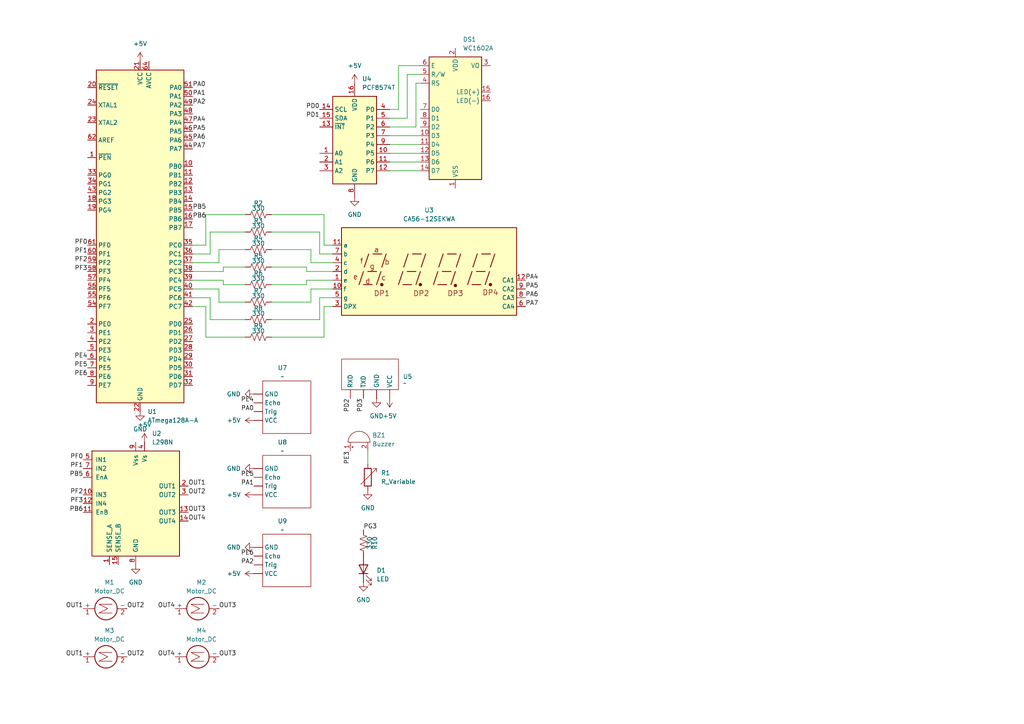
<source format=kicad_sch>
(kicad_sch (version 20250114) (generator "eeschema") (generator_version "9.0")
  (paper "A4")
  (lib_symbols
    (symbol "Device:Buzzer" (pin_names (offset 0.0254) (hide yes))
      (property "Reference" "BZ" (at 3.81 1.27 0))
      (property "Value" "Buzzer" (at 3.81 -1.27 0))
      (symbol "Buzzer_0_1"
        (polyline (pts (xy -1.651 1.905) (xy -1.143 1.905)))
        (polyline (pts (xy -1.397 2.159) (xy -1.397 1.651)))
        (arc (start 0 3.175) (mid 3.1612 0) (end 0 -3.175))
        (polyline (pts (xy 0 3.175) (xy 0 -3.175)))
      )
      (symbol "Buzzer_1_1"
        (pin passive line (at -2.54 2.54 0) (length 2.54) (name "+") (number "1"))
        (pin passive line (at -2.54 -2.54 0) (length 2.54) (name "-") (number "2"))
      )
    )
    (symbol "Device:LED" (pin_numbers (hide yes)) (pin_names (offset 1.016) (hide yes))
      (property "Reference" "D" (at 0 2.54 0))
      (property "Value" "LED" (at 0 -2.54 0))
      (symbol "LED_0_1"
        (polyline (pts (xy -3.048 -0.762) (xy -4.572 -2.286) (xy -3.81 -2.286) (xy -4.572 -2.286) (xy -4.572 -1.524)))
        (polyline (pts (xy -1.778 -0.762) (xy -3.302 -2.286) (xy -2.54 -2.286) (xy -3.302 -2.286) (xy -3.302 -1.524)))
        (polyline (pts (xy -1.27 0) (xy 1.27 0)))
        (polyline (pts (xy -1.27 -1.27) (xy -1.27 1.27)) (stroke (width 0.254)))
        (polyline (pts (xy 1.27 -1.27) (xy 1.27 1.27) (xy -1.27 0) (xy 1.27 -1.27)) (stroke (width 0.254)))
      )
      (symbol "LED_1_1"
        (pin passive line (at -3.81 0 0) (length 2.54) (name "K") (number "1"))
        (pin passive line (at 3.81 0 180) (length 2.54) (name "A") (number "2"))
      )
    )
    (symbol "Device:R_US" (pin_numbers (hide yes)) (pin_names (offset 0))
      (property "Reference" "R" (at 2.54 0 90))
      (property "Value" "R_US" (at -2.54 0 90))
      (symbol "R_US_0_1"
        (polyline (pts (xy 0 2.286) (xy 0 2.54)))
        (polyline (pts (xy 0 2.286) (xy 1.016 1.905) (xy 0 1.524) (xy -1.016 1.143) (xy 0 0.762)))
        (polyline (pts (xy 0 0.762) (xy 1.016 0.381) (xy 0 0) (xy -1.016 -0.381) (xy 0 -0.762)))
        (polyline (pts (xy 0 -0.762) (xy 1.016 -1.143) (xy 0 -1.524) (xy -1.016 -1.905) (xy 0 -2.286)))
        (polyline (pts (xy 0 -2.286) (xy 0 -2.54)))
      )
      (symbol "R_US_1_1"
        (pin passive line (at 0 3.81 270) (length 1.27) (name "~") (number "1"))
        (pin passive line (at 0 -3.81 90) (length 1.27) (name "~") (number "2"))
      )
    )
    (symbol "Device:R_Variable" (pin_numbers (hide yes)) (pin_names (offset 0))
      (property "Reference" "R" (at 2.54 -2.54 90))
      (property "Value" "R_Variable" (at -2.54 -1.27 90))
      (symbol "R_Variable_0_1"
        (rectangle (start -1.016 -2.54) (end 1.016 2.54) (stroke (width 0.254)))
        (polyline (pts (xy 2.54 1.524) (xy 2.54 2.54) (xy 1.524 2.54) (xy 2.54 2.54) (xy -2.032 -2.032)))
      )
      (symbol "R_Variable_1_1"
        (pin passive line (at 0 3.81 270) (length 1.27) (name "~") (number "1"))
        (pin passive line (at 0 -3.81 90) (length 1.27) (name "~") (number "2"))
      )
    )
    (symbol "Display_Character:CA56-12SEKWA"
      (property "Reference" "U" (at -24.13 13.97 0))
      (property "Value" "CA56-12SEKWA" (at 17.78 13.97 0))
      (symbol "CA56-12SEKWA_0_0"
        (rectangle (start -25.4 12.7) (end 25.4 -12.7) (stroke (width 0.254)) (fill (type background)))
        (polyline (pts (xy -20.32 -3.81) (xy -19.05 0)) (stroke (width 0.254)))
        (polyline (pts (xy -19.05 -3.81) (xy -16.51 -3.81)) (stroke (width 0.254)))
        (polyline (pts (xy -18.796 1.27) (xy -17.526 5.08)) (stroke (width 0.254)))
        (polyline (pts (xy -17.78 0) (xy -15.24 0)) (stroke (width 0.254)))
        (polyline (pts (xy -16.256 5.08) (xy -13.716 5.08)) (stroke (width 0.254)))
        (polyline (pts (xy -15.24 -3.81) (xy -13.97 0)) (stroke (width 0.254)))
        (polyline (pts (xy -13.716 1.27) (xy -12.446 5.08)) (stroke (width 0.254)))
        (polyline (pts (xy -8.89 -3.81) (xy -7.62 0)) (stroke (width 0.254)))
        (polyline (pts (xy -7.62 -3.81) (xy -5.08 -3.81)) (stroke (width 0.254)))
        (polyline (pts (xy -7.366 1.27) (xy -6.096 5.08)) (stroke (width 0.254)))
        (polyline (pts (xy -6.35 0) (xy -3.81 0)) (stroke (width 0.254)))
        (polyline (pts (xy -4.826 5.08) (xy -2.286 5.08)) (stroke (width 0.254)))
        (polyline (pts (xy -3.81 -3.81) (xy -2.54 0)) (stroke (width 0.254)))
        (polyline (pts (xy -2.286 1.27) (xy -1.016 5.08)) (stroke (width 0.254)))
        (polyline (pts (xy 1.27 -3.81) (xy 2.54 0)) (stroke (width 0.254)))
        (polyline (pts (xy 2.54 -3.81) (xy 5.08 -3.81)) (stroke (width 0.254)))
        (polyline (pts (xy 2.794 1.27) (xy 4.064 5.08)) (stroke (width 0.254)))
        (polyline (pts (xy 3.81 0) (xy 6.35 0)) (stroke (width 0.254)))
        (polyline (pts (xy 5.334 5.08) (xy 7.874 5.08)) (stroke (width 0.254)))
        (polyline (pts (xy 6.35 -3.81) (xy 7.62 0)) (stroke (width 0.254)))
        (polyline (pts (xy 7.874 1.27) (xy 9.144 5.08)) (stroke (width 0.254)))
        (polyline (pts (xy 11.176 -3.81) (xy 12.446 0)) (stroke (width 0.254)))
        (polyline (pts (xy 12.446 -3.81) (xy 14.986 -3.81)) (stroke (width 0.254)))
        (polyline (pts (xy 12.7 1.27) (xy 13.97 5.08)) (stroke (width 0.254)))
        (polyline (pts (xy 13.716 0) (xy 16.256 0)) (stroke (width 0.254)))
        (polyline (pts (xy 15.24 5.08) (xy 17.78 5.08)) (stroke (width 0.254)))
        (polyline (pts (xy 16.256 -3.81) (xy 17.526 0)) (stroke (width 0.254)))
        (polyline (pts (xy 17.78 1.27) (xy 19.05 5.08)) (stroke (width 0.254)))
        (text "e" (at -21.336 -1.524 0) (effects (font (size 1.524 1.524))))
        (text "f" (at -19.558 3.048 0) (effects (font (size 1.524 1.524))))
        (text "d" (at -17.78 -2.794 0) (effects (font (size 1.524 1.524))))
        (text "g" (at -16.51 1.524 0) (effects (font (size 1.524 1.524))))
        (text "a" (at -15.24 6.35 0) (effects (font (size 1.524 1.524))))
        (text "DP1" (at -13.716 -6.35 0) (effects (font (size 1.524 1.524))))
        (text "c" (at -13.208 -1.778 0) (effects (font (size 1.524 1.524))))
        (text "b" (at -12.192 2.794 0) (effects (font (size 1.524 1.524))))
        (text "DP2" (at -2.286 -6.35 0) (effects (font (size 1.524 1.524))))
        (text "DP3" (at 7.62 -6.35 0) (effects (font (size 1.524 1.524))))
        (text "DP4" (at 17.78 -6.096 0) (effects (font (size 1.524 1.524))))
      )
      (symbol "CA56-12SEKWA_0_1"
        (circle (center -13.716 -3.81) (radius 0.3556) (stroke (width 0.254)) (fill (type outline)))
        (circle (center -2.54 -3.81) (radius 0.3556) (stroke (width 0.254)) (fill (type outline)))
      )
      (symbol "CA56-12SEKWA_1_0"
        (circle (center 7.62 -4.064) (radius 0.3556) (stroke (width 0.254)) (fill (type outline)))
        (circle (center 17.78 -3.81) (radius 0.3556) (stroke (width 0.254)) (fill (type outline)))
      )
      (symbol "CA56-12SEKWA_1_1"
        (pin input line (at -27.94 7.62 0) (length 2.54) (name "a") (number "11"))
        (pin input line (at -27.94 5.08 0) (length 2.54) (name "b") (number "7"))
        (pin input line (at -27.94 2.54 0) (length 2.54) (name "c") (number "4"))
        (pin input line (at -27.94 0 0) (length 2.54) (name "d") (number "2"))
        (pin input line (at -27.94 -2.54 0) (length 2.54) (name "e") (number "1"))
        (pin input line (at -27.94 -5.08 0) (length 2.54) (name "f") (number "10"))
        (pin input line (at -27.94 -7.62 0) (length 2.54) (name "g") (number "5"))
        (pin input line (at -27.94 -10.16 0) (length 2.54) (name "DPX") (number "3"))
        (pin input line (at 27.94 -2.54 180) (length 2.54) (name "CA1") (number "12"))
        (pin input line (at 27.94 -5.08 180) (length 2.54) (name "CA2") (number "9"))
        (pin input line (at 27.94 -7.62 180) (length 2.54) (name "CA3") (number "8"))
        (pin input line (at 27.94 -10.16 180) (length 2.54) (name "CA4") (number "6"))
      )
    )
    (symbol "Display_Character:WC1602A"
      (property "Reference" "DS" (at -5.842 19.05 0))
      (property "Value" "WC1602A" (at 5.334 19.05 0))
      (symbol "WC1602A_1_1"
        (rectangle (start -7.62 17.78) (end 7.62 -17.78) (stroke (width 0.254)) (fill (type background)))
        (pin input line (at -10.16 15.24 0) (length 2.54) (name "E") (number "6"))
        (pin input line (at -10.16 12.7 0) (length 2.54) (name "R/W") (number "5"))
        (pin input line (at -10.16 10.16 0) (length 2.54) (name "RS") (number "4"))
        (pin input line (at -10.16 2.54 0) (length 2.54) (name "D0") (number "7"))
        (pin input line (at -10.16 0 0) (length 2.54) (name "D1") (number "8"))
        (pin input line (at -10.16 -2.54 0) (length 2.54) (name "D2") (number "9"))
        (pin input line (at -10.16 -5.08 0) (length 2.54) (name "D3") (number "10"))
        (pin input line (at -10.16 -7.62 0) (length 2.54) (name "D4") (number "11"))
        (pin input line (at -10.16 -10.16 0) (length 2.54) (name "D5") (number "12"))
        (pin input line (at -10.16 -12.7 0) (length 2.54) (name "D6") (number "13"))
        (pin input line (at -10.16 -15.24 0) (length 2.54) (name "D7") (number "14"))
        (pin power_in line (at 0 20.32 270) (length 2.54) (name "VDD") (number "2"))
        (pin power_in line (at 0 -20.32 90) (length 2.54) (name "VSS") (number "1"))
        (pin input line (at 10.16 15.24 180) (length 2.54) (name "VO") (number "3"))
        (pin power_in line (at 10.16 7.62 180) (length 2.54) (name "LED(+)") (number "15"))
        (pin power_in line (at 10.16 5.08 180) (length 2.54) (name "LED(-)") (number "16"))
      )
    )
    (symbol "Driver_Motor:L298N" (pin_names (offset 1.016))
      (property "Reference" "U" (at -10.16 16.51 0))
      (property "Value" "L298N" (at 12.7 16.51 0))
      (symbol "L298N_0_1"
        (rectangle (start -12.7 15.24) (end 12.7 -15.24) (stroke (width 0.254)) (fill (type background)))
      )
      (symbol "L298N_1_1"
        (pin input line (at -15.24 12.7 0) (length 2.54) (name "IN1") (number "5"))
        (pin input line (at -15.24 10.16 0) (length 2.54) (name "IN2") (number "7"))
        (pin input line (at -15.24 7.62 0) (length 2.54) (name "EnA") (number "6"))
        (pin input line (at -15.24 2.54 0) (length 2.54) (name "IN3") (number "10"))
        (pin input line (at -15.24 0 0) (length 2.54) (name "IN4") (number "12"))
        (pin input line (at -15.24 -2.54 0) (length 2.54) (name "EnB") (number "11"))
        (pin power_in line (at -7.62 -17.78 90) (length 2.54) (name "SENSE_A") (number "1"))
        (pin power_in line (at -5.08 -17.78 90) (length 2.54) (name "SENSE_B") (number "15"))
        (pin power_in line (at 0 17.78 270) (length 2.54) (name "Vss") (number "9"))
        (pin power_in line (at 0 -17.78 90) (length 2.54) (name "GND") (number "8"))
        (pin power_in line (at 2.54 17.78 270) (length 2.54) (name "Vs") (number "4"))
        (pin output line (at 15.24 5.08 180) (length 2.54) (name "OUT1") (number "2"))
        (pin output line (at 15.24 2.54 180) (length 2.54) (name "OUT2") (number "3"))
        (pin output line (at 15.24 -2.54 180) (length 2.54) (name "OUT3") (number "13"))
        (pin output line (at 15.24 -5.08 180) (length 2.54) (name "OUT4") (number "14"))
      )
    )
    (symbol "Interface_Expansion:PCF8574T"
      (property "Reference" "U" (at -6.35 12.954 0))
      (property "Value" "PCF8574T" (at 3.048 12.954 0))
      (symbol "PCF8574T_0_1"
        (rectangle (start -6.35 -13.97) (end 6.35 11.43) (stroke (width 0.254)) (fill (type background)))
      )
      (symbol "PCF8574T_1_1"
        (pin input line (at -10.16 7.62 0) (length 3.81) (name "SCL") (number "14"))
        (pin bidirectional line (at -10.16 5.08 0) (length 3.81) (name "SDA") (number "15"))
        (pin open_collector line (at -10.16 2.54 0) (length 3.81) (name "~{INT}") (number "13"))
        (pin input line (at -10.16 -5.08 0) (length 3.81) (name "A0") (number "1"))
        (pin input line (at -10.16 -7.62 0) (length 3.81) (name "A1") (number "2"))
        (pin input line (at -10.16 -10.16 0) (length 3.81) (name "A2") (number "3"))
        (pin power_in line (at 0 15.24 270) (length 3.81) (name "VDD") (number "16"))
        (pin power_in line (at 0 -17.78 90) (length 3.81) (name "GND") (number "8"))
        (pin bidirectional line (at 10.16 7.62 180) (length 3.81) (name "P0") (number "4"))
        (pin bidirectional line (at 10.16 5.08 180) (length 3.81) (name "P1") (number "5"))
        (pin bidirectional line (at 10.16 2.54 180) (length 3.81) (name "P2") (number "6"))
        (pin bidirectional line (at 10.16 0 180) (length 3.81) (name "P3") (number "7"))
        (pin bidirectional line (at 10.16 -2.54 180) (length 3.81) (name "P4") (number "9"))
        (pin bidirectional line (at 10.16 -5.08 180) (length 3.81) (name "P5") (number "10"))
        (pin bidirectional line (at 10.16 -7.62 180) (length 3.81) (name "P6") (number "11"))
        (pin bidirectional line (at 10.16 -10.16 180) (length 3.81) (name "P7") (number "12"))
      )
    )
    (symbol "MCU_Microchip_ATmega:ATmega128A-A"
      (property "Reference" "U" (at -12.7 49.53 0))
      (property "Value" "ATmega128A-A" (at 2.54 -49.53 0))
      (symbol "ATmega128A-A_0_1"
        (rectangle (start -12.7 -48.26) (end 12.7 48.26) (stroke (width 0.254)) (fill (type background)))
      )
      (symbol "ATmega128A-A_1_1"
        (pin input line (at -15.24 43.18 0) (length 2.54) (name "~{RESET}") (number "20"))
        (pin input line (at -15.24 38.1 0) (length 2.54) (name "XTAL1") (number "24"))
        (pin output line (at -15.24 33.02 0) (length 2.54) (name "XTAL2") (number "23"))
        (pin passive line (at -15.24 27.94 0) (length 2.54) (name "AREF") (number "62"))
        (pin input line (at -15.24 22.86 0) (length 2.54) (name "~{PEN}") (number "1"))
        (pin bidirectional line (at -15.24 17.78 0) (length 2.54) (name "PG0") (number "33"))
        (pin bidirectional line (at -15.24 15.24 0) (length 2.54) (name "PG1") (number "34"))
        (pin bidirectional line (at -15.24 12.7 0) (length 2.54) (name "PG2") (number "43"))
        (pin bidirectional line (at -15.24 10.16 0) (length 2.54) (name "PG3") (number "18"))
        (pin bidirectional line (at -15.24 7.62 0) (length 2.54) (name "PG4") (number "19"))
        (pin bidirectional line (at -15.24 -2.54 0) (length 2.54) (name "PF0") (number "61"))
        (pin bidirectional line (at -15.24 -5.08 0) (length 2.54) (name "PF1") (number "60"))
        (pin bidirectional line (at -15.24 -7.62 0) (length 2.54) (name "PF2") (number "59"))
        (pin bidirectional line (at -15.24 -10.16 0) (length 2.54) (name "PF3") (number "58"))
        (pin bidirectional line (at -15.24 -12.7 0) (length 2.54) (name "PF4") (number "57"))
        (pin bidirectional line (at -15.24 -15.24 0) (length 2.54) (name "PF5") (number "56"))
        (pin bidirectional line (at -15.24 -17.78 0) (length 2.54) (name "PF6") (number "55"))
        (pin bidirectional line (at -15.24 -20.32 0) (length 2.54) (name "PF7") (number "54"))
        (pin bidirectional line (at -15.24 -25.4 0) (length 2.54) (name "PE0") (number "2"))
        (pin bidirectional line (at -15.24 -27.94 0) (length 2.54) (name "PE1") (number "3"))
        (pin bidirectional line (at -15.24 -30.48 0) (length 2.54) (name "PE2") (number "4"))
        (pin bidirectional line (at -15.24 -33.02 0) (length 2.54) (name "PE3") (number "5"))
        (pin bidirectional line (at -15.24 -35.56 0) (length 2.54) (name "PE4") (number "6"))
        (pin bidirectional line (at -15.24 -38.1 0) (length 2.54) (name "PE5") (number "7"))
        (pin bidirectional line (at -15.24 -40.64 0) (length 2.54) (name "PE6") (number "8"))
        (pin bidirectional line (at -15.24 -43.18 0) (length 2.54) (name "PE7") (number "9"))
        (pin power_in line (at 0 50.8 270) (length 2.54) (name "VCC") (number "21"))
        (pin passive line (at 0 50.8 270) (length 2.54) (hide yes) (name "VCC") (number "52"))
        (pin power_in line (at 0 -50.8 90) (length 2.54) (name "GND") (number "22"))
        (pin passive line (at 0 -50.8 90) (length 2.54) (hide yes) (name "GND") (number "53"))
        (pin passive line (at 0 -50.8 90) (length 2.54) (hide yes) (name "GND") (number "63"))
        (pin power_in line (at 2.54 50.8 270) (length 2.54) (name "AVCC") (number "64"))
        (pin bidirectional line (at 15.24 43.18 180) (length 2.54) (name "PA0") (number "51"))
        (pin bidirectional line (at 15.24 40.64 180) (length 2.54) (name "PA1") (number "50"))
        (pin bidirectional line (at 15.24 38.1 180) (length 2.54) (name "PA2") (number "49"))
        (pin bidirectional line (at 15.24 35.56 180) (length 2.54) (name "PA3") (number "48"))
        (pin bidirectional line (at 15.24 33.02 180) (length 2.54) (name "PA4") (number "47"))
        (pin bidirectional line (at 15.24 30.48 180) (length 2.54) (name "PA5") (number "46"))
        (pin bidirectional line (at 15.24 27.94 180) (length 2.54) (name "PA6") (number "45"))
        (pin bidirectional line (at 15.24 25.4 180) (length 2.54) (name "PA7") (number "44"))
        (pin bidirectional line (at 15.24 20.32 180) (length 2.54) (name "PB0") (number "10"))
        (pin bidirectional line (at 15.24 17.78 180) (length 2.54) (name "PB1") (number "11"))
        (pin bidirectional line (at 15.24 15.24 180) (length 2.54) (name "PB2") (number "12"))
        (pin bidirectional line (at 15.24 12.7 180) (length 2.54) (name "PB3") (number "13"))
        (pin bidirectional line (at 15.24 10.16 180) (length 2.54) (name "PB4") (number "14"))
        (pin bidirectional line (at 15.24 7.62 180) (length 2.54) (name "PB5") (number "15"))
        (pin bidirectional line (at 15.24 5.08 180) (length 2.54) (name "PB6") (number "16"))
        (pin bidirectional line (at 15.24 2.54 180) (length 2.54) (name "PB7") (number "17"))
        (pin bidirectional line (at 15.24 -2.54 180) (length 2.54) (name "PC0") (number "35"))
        (pin bidirectional line (at 15.24 -5.08 180) (length 2.54) (name "PC1") (number "36"))
        (pin bidirectional line (at 15.24 -7.62 180) (length 2.54) (name "PC2") (number "37"))
        (pin bidirectional line (at 15.24 -10.16 180) (length 2.54) (name "PC3") (number "38"))
        (pin bidirectional line (at 15.24 -12.7 180) (length 2.54) (name "PC4") (number "39"))
        (pin bidirectional line (at 15.24 -15.24 180) (length 2.54) (name "PC5") (number "40"))
        (pin bidirectional line (at 15.24 -17.78 180) (length 2.54) (name "PC6") (number "41"))
        (pin bidirectional line (at 15.24 -20.32 180) (length 2.54) (name "PC7") (number "42"))
        (pin bidirectional line (at 15.24 -25.4 180) (length 2.54) (name "PD0") (number "25"))
        (pin bidirectional line (at 15.24 -27.94 180) (length 2.54) (name "PD1") (number "26"))
        (pin bidirectional line (at 15.24 -30.48 180) (length 2.54) (name "PD2") (number "27"))
        (pin bidirectional line (at 15.24 -33.02 180) (length 2.54) (name "PD3") (number "28"))
        (pin bidirectional line (at 15.24 -35.56 180) (length 2.54) (name "PD4") (number "29"))
        (pin bidirectional line (at 15.24 -38.1 180) (length 2.54) (name "PD5") (number "30"))
        (pin bidirectional line (at 15.24 -40.64 180) (length 2.54) (name "PD6") (number "31"))
        (pin bidirectional line (at 15.24 -43.18 180) (length 2.54) (name "PD7") (number "32"))
      )
    )
    (symbol "MY_New_Library:bluetooth"
      (property "Reference" "U5" (at 8.89 1.2701 0))
      (property "Value" "~" (at 8.89 -0.635 0))
      (symbol "bluetooth_0_1"
        (rectangle (start 7.62 -2.54) (end -8.89 6.35))
      )
      (symbol "bluetooth_1_1"
        (pin tri_state line (at -6.35 -5.08 90) (length 2.54) (name "RXD") (number ""))
        (pin tri_state line (at -2.54 -5.08 90) (length 2.54) (name "TXD") (number ""))
        (pin power_in line (at 1.27 -5.08 90) (length 2.54) (name "GND") (number ""))
        (pin power_in line (at 5.08 -5.08 90) (length 2.54) (name "VCC") (number ""))
      )
    )
    (symbol "Motor:Motor_DC" (pin_names (offset 0))
      (property "Reference" "M" (at 2.54 2.54 0))
      (property "Value" "Motor_DC" (at 2.54 -5.08 0))
      (symbol "Motor_DC_0_0"
        (polyline (pts (xy -1.27 -3.302) (xy -1.27 0.508) (xy 0 -2.032) (xy 1.27 0.508) (xy 1.27 -3.302)))
      )
      (symbol "Motor_DC_0_1"
        (polyline (pts (xy 0 2.032) (xy 0 2.54)))
        (polyline (pts (xy 0 1.7272) (xy 0 2.0828)))
        (circle (center 0 -1.524) (radius 3.2512) (stroke (width 0.254)))
        (polyline (pts (xy 0 -4.7752) (xy 0 -5.1816)))
        (polyline (pts (xy 0 -7.62) (xy 0 -7.112)))
      )
      (symbol "Motor_DC_1_1"
        (pin passive line (at 0 5.08 270) (length 2.54) (name "+") (number "1"))
        (pin passive line (at 0 -7.62 90) (length 2.54) (name "-") (number "2"))
      )
    )
    (symbol "power:+5V" (power) (pin_numbers (hide yes)) (pin_names (offset 0) (hide yes))
      (property "Value" "+5V" (at 0 3.556 0))
      (symbol "+5V_0_1"
        (polyline (pts (xy -0.762 1.27) (xy 0 2.54)))
        (polyline (pts (xy 0 2.54) (xy 0.762 1.27)))
        (polyline (pts (xy 0 0) (xy 0 2.54)))
      )
      (symbol "+5V_1_1"
        (pin power_in line (at 0 0 90) (length 0) (name "~") (number "1"))
      )
    )
    (symbol "power:GND" (power) (pin_numbers (hide yes)) (pin_names (offset 0) (hide yes))
      (property "Value" "GND" (at 0 -3.81 0))
      (symbol "GND_0_1"
        (polyline (pts (xy 0 0) (xy 0 -1.27) (xy 1.27 -1.27) (xy 0 -2.54) (xy -1.27 -1.27) (xy 0 -1.27)))
      )
      (symbol "GND_1_1"
        (pin power_in line (at 0 0 270) (length 0) (name "~") (number "1"))
      )
    )
    (symbol "ultrasonic_1"
      (property "Reference" "U7" (at 0.635 11.43 0))
      (property "Value" "~" (at 0.635 8.89 0))
      (symbol "ultrasonic_1_0_1"
        (rectangle (start -5.08 7.62) (end 8.89 -7.62))
      )
      (symbol "ultrasonic_1_1_1"
        (pin power_in line (at -7.62 3.81 0) (length 2.54) (name "GND") (number ""))
        (pin tri_state line (at -7.62 1.27 0) (length 2.54) (name "Echo") (number ""))
        (pin tri_state line (at -7.62 -1.27 0) (length 2.54) (name "Trig") (number ""))
        (pin power_in line (at -7.62 -3.81 0) (length 2.54) (name "VCC") (number ""))
      )
    )
    (symbol "ultrasonic_2"
      (property "Reference" "U7" (at 0.635 11.43 0))
      (property "Value" "~" (at 0.635 8.89 0))
      (symbol "ultrasonic_2_0_1"
        (rectangle (start -5.08 7.62) (end 8.89 -7.62))
      )
      (symbol "ultrasonic_2_1_1"
        (pin power_in line (at -7.62 3.81 0) (length 2.54) (name "GND") (number ""))
        (pin tri_state line (at -7.62 1.27 0) (length 2.54) (name "Echo") (number ""))
        (pin tri_state line (at -7.62 -1.27 0) (length 2.54) (name "Trig") (number ""))
        (pin power_in line (at -7.62 -3.81 0) (length 2.54) (name "VCC") (number ""))
      )
    )
    (symbol "ultrasonic_3"
      (property "Reference" "U7" (at 0.635 11.43 0))
      (property "Value" "~" (at 0.635 8.89 0))
      (symbol "ultrasonic_3_0_1"
        (rectangle (start -5.08 7.62) (end 8.89 -7.62))
      )
      (symbol "ultrasonic_3_1_1"
        (pin power_in line (at -7.62 3.81 0) (length 2.54) (name "GND") (number ""))
        (pin tri_state line (at -7.62 1.27 0) (length 2.54) (name "Echo") (number ""))
        (pin tri_state line (at -7.62 -1.27 0) (length 2.54) (name "Trig") (number ""))
        (pin power_in line (at -7.62 -3.81 0) (length 2.54) (name "VCC") (number ""))
      )
    )
  )
  (wire (pts (xy 120.65 36.83) (xy 120.65 24.13)))
  (wire (pts (xy 88.9 81.28) (xy 96.52 81.28)))
  (wire (pts (xy 118.11 34.29) (xy 118.11 21.59)))
  (wire (pts (xy 55.88 83.82) (xy 63.5 83.82)))
  (wire (pts (xy 78.74 92.71) (xy 92.71 92.71)))
  (wire (pts (xy 60.96 86.36) (xy 60.96 92.71)))
  (wire (pts (xy 60.96 67.31) (xy 71.12 67.31)))
  (wire (pts (xy 78.74 67.31) (xy 92.71 67.31)))
  (wire (pts (xy 113.03 49.53) (xy 121.92 49.53)))
  (wire (pts (xy 92.71 67.31) (xy 92.71 73.66)))
  (wire (pts (xy 92.71 92.71) (xy 92.71 86.36)))
  (wire (pts (xy 55.88 71.12) (xy 59.69 71.12)))
  (wire (pts (xy 113.03 46.99) (xy 121.92 46.99)))
  (wire (pts (xy 59.69 88.9) (xy 59.69 97.79)))
  (wire (pts (xy 78.74 97.79) (xy 93.98 97.79)))
  (wire (pts (xy 93.98 62.23) (xy 93.98 71.12)))
  (wire (pts (xy 60.96 92.71) (xy 71.12 92.71)))
  (wire (pts (xy 78.74 87.63) (xy 90.17 87.63)))
  (wire (pts (xy 55.88 88.9) (xy 59.69 88.9)))
  (wire (pts (xy 113.03 31.75) (xy 115.57 31.75)))
  (wire (pts (xy 64.77 82.55) (xy 71.12 82.55)))
  (wire (pts (xy 120.65 24.13) (xy 121.92 24.13)))
  (wire (pts (xy 113.03 34.29) (xy 118.11 34.29)))
  (wire (pts (xy 88.9 78.74) (xy 96.52 78.74)))
  (wire (pts (xy 93.98 71.12) (xy 96.52 71.12)))
  (wire (pts (xy 78.74 62.23) (xy 93.98 62.23)))
  (wire (pts (xy 90.17 87.63) (xy 90.17 83.82)))
  (wire (pts (xy 78.74 82.55) (xy 88.9 82.55)))
  (wire (pts (xy 93.98 88.9) (xy 96.52 88.9)))
  (wire (pts (xy 88.9 77.47) (xy 88.9 78.74)))
  (wire (pts (xy 64.77 78.74) (xy 64.77 77.47)))
  (wire (pts (xy 55.88 73.66) (xy 60.96 73.66)))
  (wire (pts (xy 93.98 97.79) (xy 93.98 88.9)))
  (wire (pts (xy 92.71 86.36) (xy 96.52 86.36)))
  (wire (pts (xy 88.9 82.55) (xy 88.9 81.28)))
  (wire (pts (xy 78.74 77.47) (xy 88.9 77.47)))
  (wire (pts (xy 59.69 62.23) (xy 71.12 62.23)))
  (wire (pts (xy 63.5 87.63) (xy 71.12 87.63)))
  (wire (pts (xy 63.5 76.2) (xy 63.5 72.39)))
  (wire (pts (xy 60.96 73.66) (xy 60.96 67.31)))
  (wire (pts (xy 64.77 81.28) (xy 64.77 82.55)))
  (wire (pts (xy 115.57 19.05) (xy 121.92 19.05)))
  (wire (pts (xy 55.88 78.74) (xy 64.77 78.74)))
  (wire (pts (xy 64.77 77.47) (xy 71.12 77.47)))
  (wire (pts (xy 113.03 44.45) (xy 121.92 44.45)))
  (wire (pts (xy 118.11 21.59) (xy 121.92 21.59)))
  (wire (pts (xy 63.5 72.39) (xy 71.12 72.39)))
  (wire (pts (xy 78.74 72.39) (xy 90.17 72.39)))
  (wire (pts (xy 55.88 76.2) (xy 63.5 76.2)))
  (wire (pts (xy 59.69 71.12) (xy 59.69 62.23)))
  (wire (pts (xy 90.17 72.39) (xy 90.17 76.2)))
  (wire (pts (xy 59.69 97.79) (xy 71.12 97.79)))
  (wire (pts (xy 92.71 73.66) (xy 96.52 73.66)))
  (wire (pts (xy 113.03 41.91) (xy 121.92 41.91)))
  (wire (pts (xy 106.68 130.81) (xy 106.68 134.62)))
  (wire (pts (xy 55.88 81.28) (xy 64.77 81.28)))
  (wire (pts (xy 55.88 86.36) (xy 60.96 86.36)))
  (wire (pts (xy 90.17 83.82) (xy 96.52 83.82)))
  (wire (pts (xy 113.03 36.83) (xy 120.65 36.83)))
  (wire (pts (xy 113.03 39.37) (xy 121.92 39.37)))
  (wire (pts (xy 63.5 83.82) (xy 63.5 87.63)))
  (wire (pts (xy 90.17 76.2) (xy 96.52 76.2)))
  (wire (pts (xy 115.57 31.75) (xy 115.57 19.05)))
  (label "PA0" (at 73.66 119.38 180))
  (label "OUT2" (at 36.83 190.5 0))
  (label "PE5" (at 25.4 106.68 180))
  (label "OUT4" (at 50.8 190.5 180))
  (label "PA2" (at 55.88 30.48 0))
  (label "PD2" (at 101.6 115.57 270))
  (label "PF0" (at 25.4 71.12 180))
  (label "PA1" (at 55.88 27.94 0))
  (label "PE6" (at 73.66 161.29 180))
  (label "PA7" (at 55.88 43.18 0))
  (label "PA7" (at 152.4 88.9 0))
  (label "PA6" (at 55.88 40.64 0))
  (label "PA5" (at 55.88 38.1 0))
  (label "PE4" (at 73.66 116.84 180))
  (label "PF3" (at 25.4 78.74 180))
  (label "OUT3" (at 63.5 176.53 0))
  (label "PE5" (at 73.66 138.43 180))
  (label "PA4" (at 55.88 35.56 0))
  (label "OUT4" (at 54.61 151.13 0))
  (label "OUT3" (at 63.5 190.5 0))
  (label "PE4" (at 25.4 104.14 180))
  (label "PB5" (at 55.88 60.96 0))
  (label "PG3" (at 105.41 153.67 0))
  (label "PD0" (at 92.71 31.75 180))
  (label "PA1" (at 73.66 140.97 180))
  (label "PE6" (at 25.4 109.22 180))
  (label "PD3" (at 105.41 115.57 270))
  (label "PF1" (at 24.13 135.89 180))
  (label "PF3" (at 24.13 146.05 180))
  (label "PB6" (at 24.13 148.59 180))
  (label "OUT1" (at 24.13 176.53 180))
  (label "PF2" (at 24.13 143.51 180))
  (label "PD1" (at 92.71 34.29 180))
  (label "PF0" (at 24.13 133.35 180))
  (label "PA4" (at 152.4 81.28 0))
  (label "OUT1" (at 54.61 140.97 0))
  (label "PB5" (at 24.13 138.43 180))
  (label "OUT1" (at 24.13 190.5 180))
  (label "PB6" (at 55.88 63.5 0))
  (label "PA6" (at 152.4 86.36 0))
  (label "OUT2" (at 54.61 143.51 0))
  (label "PA2" (at 73.66 163.83 180))
  (label "OUT4" (at 50.8 176.53 180))
  (label "OUT2" (at 36.83 176.53 0))
  (label "PF2" (at 25.4 76.2 180))
  (label "PF1" (at 25.4 73.66 180))
  (label "PE3" (at 101.6 130.81 270))
  (label "PA5" (at 152.4 83.82 0))
  (label "OUT3" (at 54.61 148.59 0))
  (label "PA0" (at 55.88 25.4 0))
  (symbol (lib_id "power:GND") (at 73.66 158.75 270) (unit 1)
    (property "Reference" "#PWR02" (effects (hide yes)))
    (property "Value" "GND" (at 69.85 158.7499 90) (effects (justify right)))
    (property "Description" "Power symbol creates a global label with name \"GND\" , ground" (effects (hide yes)))
  )
  (symbol (lib_id "power:+5V") (at 41.91 128.27 0) (unit 1)
    (property "Reference" "#PWR012" (effects (hide yes)))
    (property "Value" "+5V" (at 41.91 123.19 0))
    (property "Description" "Power symbol creates a global label with name \"+5V\"" (effects (hide yes)))
  )
  (symbol (lib_id "power:GND") (at 73.66 135.89 270) (unit 1)
    (property "Reference" "#PWR03" (effects (hide yes)))
    (property "Value" "GND" (at 69.85 135.8899 90) (effects (justify right)))
    (property "Description" "Power symbol creates a global label with name \"GND\" , ground" (effects (hide yes)))
  )
  (symbol (lib_id "MCU_Microchip_ATmega:ATmega128A-A") (at 40.64 68.58 0) (unit 1)
    (property "Reference" "U1" (at 42.7833 119.38 0) (effects (justify left)))
    (property "Value" "ATmega128A-A" (at 42.7833 121.92 0) (effects (justify left)))
    (property "Footprint" "Package_QFP:TQFP-64_14x14mm_P0.8mm" (effects (hide yes)))
    (property "Datasheet" "http://ww1.microchip.com/downloads/en/DeviceDoc/Atmel-8151-8-bit-AVR-ATmega128A_Datasheet.pdf" (effects (hide yes)))
    (property "Description" "16MHz, 128kB Flash, 4kB SRAM, 4kB EEPROM, TQFP-64" (effects (hide yes)))
  )
  (symbol (lib_id "Device:R_US") (at 74.93 87.63 90) (unit 1)
    (property "Reference" "R7" (at 74.93 84.328 90))
    (property "Value" "330" (at 74.93 85.852 90))
    (property "Description" "Resistor, US symbol" (effects (hide yes)))
  )
  (symbol (lib_id "power:GND") (at 73.66 114.3 270) (unit 1)
    (property "Reference" "#PWR04" (effects (hide yes)))
    (property "Value" "GND" (at 69.85 114.2999 90) (effects (justify right)))
    (property "Description" "Power symbol creates a global label with name \"GND\" , ground" (effects (hide yes)))
  )
  (symbol (lib_id "Device:R_US") (at 74.93 92.71 90) (unit 1)
    (property "Reference" "R8" (at 74.93 89.408 90))
    (property "Value" "330" (at 74.93 90.932 90))
    (property "Description" "Resistor, US symbol" (effects (hide yes)))
  )
  (symbol (lib_id "power:GND") (at 39.37 163.83 0) (unit 1)
    (property "Reference" "#PWR05" (effects (hide yes)))
    (property "Value" "GND" (at 39.37 168.91 0))
    (property "Description" "Power symbol creates a global label with name \"GND\" , ground" (effects (hide yes)))
  )
  (symbol (lib_id "Display_Character:WC1602A") (at 132.08 34.29 0) (unit 1)
    (property "Reference" "DS1" (at 134.2233 11.43 0) (effects (justify left)))
    (property "Value" "WC1602A" (at 134.2233 13.97 0) (effects (justify left)))
    (property "Footprint" "Display:WC1602A" (effects (hide yes)))
    (property "Datasheet" "http://www.wincomlcd.com/pdf/WC1602A-SFYLYHTC06.pdf" (effects (hide yes)))
    (property "Description" "LCD 16x2 Alphanumeric , 8 bit parallel bus, 5V VDD" (effects (hide yes)))
  )
  (symbol (lib_id "power:GND") (at 105.41 168.91 0) (unit 1)
    (property "Reference" "#PWR01" (effects (hide yes)))
    (property "Value" "GND" (at 105.41 173.99 0))
    (property "Description" "Power symbol creates a global label with name \"GND\" , ground" (effects (hide yes)))
  )
  (symbol (lib_id "Motor:Motor_DC") (at 55.88 190.5 90) (unit 1)
    (property "Reference" "M4" (at 58.42 182.88 90))
    (property "Value" "Motor_DC" (at 58.42 185.42 90))
    (property "Description" "DC Motor" (effects (hide yes)))
  )
  (symbol (lib_id "power:+5V") (at 73.66 166.37 90) (unit 1)
    (property "Reference" "#PWR011" (effects (hide yes)))
    (property "Value" "+5V" (at 69.85 166.3699 90) (effects (justify left)))
    (property "Description" "Power symbol creates a global label with name \"+5V\"" (effects (hide yes)))
  )
  (symbol (lib_id "power:+5V") (at 73.66 143.51 90) (unit 1)
    (property "Reference" "#PWR010" (effects (hide yes)))
    (property "Value" "+5V" (at 69.85 143.5099 90) (effects (justify left)))
    (property "Description" "Power symbol creates a global label with name \"+5V\"" (effects (hide yes)))
  )
  (symbol (lib_id "Motor:Motor_DC") (at 55.88 176.53 90) (unit 1)
    (property "Reference" "M2" (at 58.42 168.91 90))
    (property "Value" "Motor_DC" (at 58.42 171.45 90))
    (property "Description" "DC Motor" (effects (hide yes)))
  )
  (symbol (lib_id "Device:R_US") (at 105.41 157.48 0) (unit 1)
    (property "Reference" "R10" (at 108.712 157.48 90))
    (property "Value" "330" (at 107.188 157.48 90))
    (property "Description" "Resistor, US symbol" (effects (hide yes)))
  )
  (symbol (lib_name "ultrasonic_1") (lib_id "MY_New_Library:ultrasonic") (at 81.28 118.11 0) (unit 1)
    (property "Reference" "U7" (at 81.915 106.68 0))
    (property "Value" "~" (at 81.915 109.22 0))
  )
  (symbol (lib_id "Device:R_Variable") (at 106.68 138.43 0) (unit 1)
    (property "Reference" "R1" (at 110.49 137.1599 0) (effects (justify left)))
    (property "Value" "R_Variable" (at 110.49 139.6999 0) (effects (justify left)))
    (property "Description" "Variable resistor" (effects (hide yes)))
  )
  (symbol (lib_id "Device:R_US") (at 74.93 77.47 90) (unit 1)
    (property "Reference" "R5" (at 74.93 74.168 90))
    (property "Value" "330" (at 74.93 75.692 90))
    (property "Description" "Resistor, US symbol" (effects (hide yes)))
  )
  (symbol (lib_id "Device:R_US") (at 74.93 82.55 90) (unit 1)
    (property "Reference" "R6" (at 74.93 79.248 90))
    (property "Value" "330" (at 74.93 80.772 90))
    (property "Description" "Resistor, US symbol" (effects (hide yes)))
  )
  (symbol (lib_id "power:+5V") (at 102.87 24.13 0) (unit 1)
    (property "Reference" "#PWR014" (effects (hide yes)))
    (property "Value" "+5V" (at 102.87 19.05 0))
    (property "Description" "Power symbol creates a global label with name \"+5V\"" (effects (hide yes)))
  )
  (symbol (lib_id "Device:R_US") (at 74.93 62.23 90) (unit 1)
    (property "Reference" "R2" (at 74.93 58.928 90))
    (property "Value" "330" (at 74.93 60.452 90))
    (property "Description" "Resistor, US symbol" (effects (hide yes)))
  )
  (symbol (lib_id "power:GND") (at 106.68 142.24 0) (unit 1)
    (property "Reference" "#PWR07" (effects (hide yes)))
    (property "Value" "GND" (at 106.68 147.32 0))
    (property "Description" "Power symbol creates a global label with name \"GND\" , ground" (effects (hide yes)))
  )
  (symbol (lib_id "Device:LED") (at 105.41 165.1 90) (unit 1)
    (property "Reference" "D1" (at 109.22 165.4174 90) (effects (justify right)))
    (property "Value" "LED" (at 109.22 167.9574 90) (effects (justify right)))
    (property "Description" "Light emitting diode" (effects (hide yes)))
    (property "Sim.Pins" "1=K 2=A" (effects (hide yes)))
  )
  (symbol (lib_id "power:+5V") (at 73.66 121.92 90) (unit 1)
    (property "Reference" "#PWR09" (effects (hide yes)))
    (property "Value" "+5V" (at 69.85 121.9199 90) (effects (justify left)))
    (property "Description" "Power symbol creates a global label with name \"+5V\"" (effects (hide yes)))
  )
  (symbol (lib_id "Driver_Motor:L298N") (at 39.37 146.05 0) (unit 1)
    (property "Reference" "U2" (at 44.0533 125.73 0) (effects (justify left)))
    (property "Value" "L298N" (at 44.0533 128.27 0) (effects (justify left)))
    (property "Footprint" "Package_TO_SOT_THT:TO-220-15_P2.54x2.54mm_StaggerOdd_Lead4.58mm_Vertical" (effects (hide yes)))
    (property "Datasheet" "http://www.st.com/st-web-ui/static/active/en/resource/technical/document/datasheet/CD00000240.pdf" (effects (hide yes)))
    (property "Description" "Dual full bridge motor driver, up to 46V, 4A, Multiwatt15-V" (effects (hide yes)))
  )
  (symbol (lib_id "Interface_Expansion:PCF8574T") (at 102.87 39.37 0) (unit 1)
    (property "Reference" "U4" (at 105.0133 22.86 0) (effects (justify left)))
    (property "Value" "PCF8574T" (at 105.0133 25.4 0) (effects (justify left)))
    (property "Footprint" "Package_SO:SOIC-16W_7.5x10.3mm_P1.27mm" (effects (hide yes)))
    (property "Datasheet" "http://www.nxp.com/docs/en/data-sheet/PCF8574_PCF8574A.pdf" (effects (hide yes)))
    (property "Description" "8 Bit Port/Expander to I2C Bus, fixed address bits 0b0100, SOIC-16" (effects (hide yes)))
  )
  (symbol (lib_id "Motor:Motor_DC") (at 29.21 176.53 90) (unit 1)
    (property "Reference" "M1" (at 31.75 168.91 90))
    (property "Value" "Motor_DC" (at 31.75 171.45 90))
    (property "Description" "DC Motor" (effects (hide yes)))
  )
  (symbol (lib_id "power:+5V") (at 113.03 115.57 180) (unit 1)
    (property "Reference" "#PWR015" (effects (hide yes)))
    (property "Value" "+5V" (at 113.03 120.65 0))
    (property "Description" "Power symbol creates a global label with name \"+5V\"" (effects (hide yes)))
  )
  (symbol (lib_id "Motor:Motor_DC") (at 29.21 190.5 90) (unit 1)
    (property "Reference" "M3" (at 31.75 182.88 90))
    (property "Value" "Motor_DC" (at 31.75 185.42 90))
    (property "Description" "DC Motor" (effects (hide yes)))
  )
  (symbol (lib_id "Device:Buzzer") (at 104.14 128.27 90) (unit 1)
    (property "Reference" "BZ1" (at 107.95 126.2448 90) (effects (justify right)))
    (property "Value" "Buzzer" (at 107.95 128.7848 90) (effects (justify right)))
    (property "Description" "Buzzer, polarized" (effects (hide yes)))
  )
  (symbol (lib_id "Display_Character:CA56-12SEKWA") (at 124.46 78.74 0) (unit 1)
    (property "Reference" "U3" (at 124.46 60.96 0))
    (property "Value" "CA56-12SEKWA" (at 124.46 63.5 0))
    (property "Footprint" "Display_7Segment:CA56-12SEKWA" (effects (hide yes)))
    (property "Datasheet" "http://www.kingbright.com/attachments/file/psearch/000/00/00/CA56-12SEKWA(Ver.7A).pdf" (effects (hide yes)))
    (property "Description" "4 digit 7 segment super bright orange LED, common anode" (effects (hide yes)))
  )
  (symbol (lib_id "power:+5V") (at 40.64 17.78 0) (unit 1)
    (property "Reference" "#PWR013" (effects (hide yes)))
    (property "Value" "+5V" (at 40.64 12.7 0))
    (property "Description" "Power symbol creates a global label with name \"+5V\"" (effects (hide yes)))
  )
  (symbol (lib_id "power:GND") (at 40.64 119.38 0) (unit 1)
    (property "Reference" "#PWR016" (effects (hide yes)))
    (property "Value" "GND" (at 40.64 124.46 0))
    (property "Description" "Power symbol creates a global label with name \"GND\" , ground" (effects (hide yes)))
  )
  (symbol (lib_name "ultrasonic_2") (lib_id "MY_New_Library:ultrasonic") (at 81.28 139.7 0) (unit 1)
    (property "Reference" "U8" (at 81.915 128.27 0))
    (property "Value" "~" (at 81.915 130.81 0))
  )
  (symbol (lib_id "Device:R_US") (at 74.93 97.79 90) (unit 1)
    (property "Reference" "R9" (at 74.93 94.488 90))
    (property "Value" "330" (at 74.93 96.012 90))
    (property "Description" "Resistor, US symbol" (effects (hide yes)))
  )
  (symbol (lib_id "Device:R_US") (at 74.93 67.31 90) (unit 1)
    (property "Reference" "R3" (at 74.93 64.008 90))
    (property "Value" "330" (at 74.93 65.532 90))
    (property "Description" "Resistor, US symbol" (effects (hide yes)))
  )
  (symbol (lib_id "power:GND") (at 109.22 115.57 0) (unit 1)
    (property "Reference" "#PWR08" (effects (hide yes)))
    (property "Value" "GND" (at 109.22 120.65 0))
    (property "Description" "Power symbol creates a global label with name \"GND\" , ground" (effects (hide yes)))
  )
  (symbol (lib_name "ultrasonic_3") (lib_id "MY_New_Library:ultrasonic") (at 81.28 162.56 0) (unit 1)
    (property "Reference" "U9" (at 81.915 151.13 0))
    (property "Value" "~" (at 81.915 153.67 0))
  )
  (symbol (lib_id "MY_New_Library:bluetooth") (at 107.95 110.49 0) (unit 1)
    (property "Reference" "U5" (at 116.84 109.2199 0) (effects (justify left)))
    (property "Value" "~" (at 116.84 111.125 0) (effects (justify left)))
  )
  (symbol (lib_id "power:GND") (at 102.87 57.15 0) (unit 1)
    (property "Reference" "#PWR06" (effects (hide yes)))
    (property "Value" "GND" (at 102.87 62.23 0))
    (property "Description" "Power symbol creates a global label with name \"GND\" , ground" (effects (hide yes)))
  )
  (symbol (lib_id "Device:R_US") (at 74.93 72.39 90) (unit 1)
    (property "Reference" "R4" (at 74.93 69.088 90))
    (property "Value" "330" (at 74.93 70.612 90))
    (property "Description" "Resistor, US symbol" (effects (hide yes)))
  )
)
</source>
